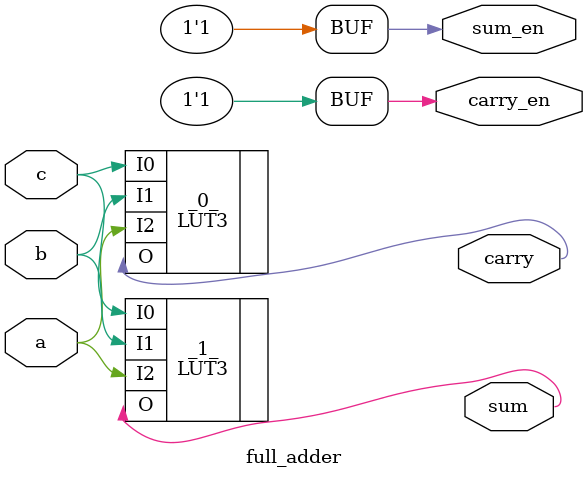
<source format=v>
/* Generated by Yosys 0.37 (git sha1 a5c7f69ed, i686-w64-mingw32.static-g++ 11.4.0 -Og) */

(* hdlname = "\\full_adder" *)
(* top =  1  *)
(* src = "../src/main.v:2.1-18.10" *)
module full_adder(a, b, c, sum, sum_en, carry, carry_en);
  (* iopad_external_pin = 32'd1 *)
  (* src = "../src/main.v:3.37-3.38" *)
  input a;
  wire a;
  (* iopad_external_pin = 32'd1 *)
  (* src = "../src/main.v:4.37-4.38" *)
  input b;
  wire b;
  (* iopad_external_pin = 32'd1 *)
  (* src = "../src/main.v:5.37-5.38" *)
  input c;
  wire c;
  (* iopad_external_pin = 32'd1 *)
  (* src = "../src/main.v:8.37-8.42" *)
  output carry;
  wire carry;
  (* iopad_external_pin = 32'd1 *)
  (* src = "../src/main.v:9.37-9.45" *)
  output carry_en;
  wire carry_en;
  (* iopad_external_pin = 32'd1 *)
  (* src = "../src/main.v:6.37-6.40" *)
  output sum;
  wire sum;
  (* iopad_external_pin = 32'd1 *)
  (* src = "../src/main.v:7.37-7.43" *)
  output sum_en;
  wire sum_en;
  (* module_not_derived = 32'd1 *)
  (* src = "C:\\PROGRA~1\\RENESA~1\\GOCONF~1\\external\\yosys\\share\\xilinx/lut_map.v:47.26-48.41" *)
  LUT3 #(
    .INIT(8'he8)
  ) _0_ (
    .I0(c),
    .I1(b),
    .I2(a),
    .O(carry)
  );
  (* module_not_derived = 32'd1 *)
  (* src = "C:\\PROGRA~1\\RENESA~1\\GOCONF~1\\external\\yosys\\share\\xilinx/lut_map.v:47.26-48.41" *)
  LUT3 #(
    .INIT(8'h96)
  ) _1_ (
    .I0(c),
    .I1(b),
    .I2(a),
    .O(sum)
  );
  assign carry_en = 1'h1;
  assign sum_en = 1'h1;
endmodule

</source>
